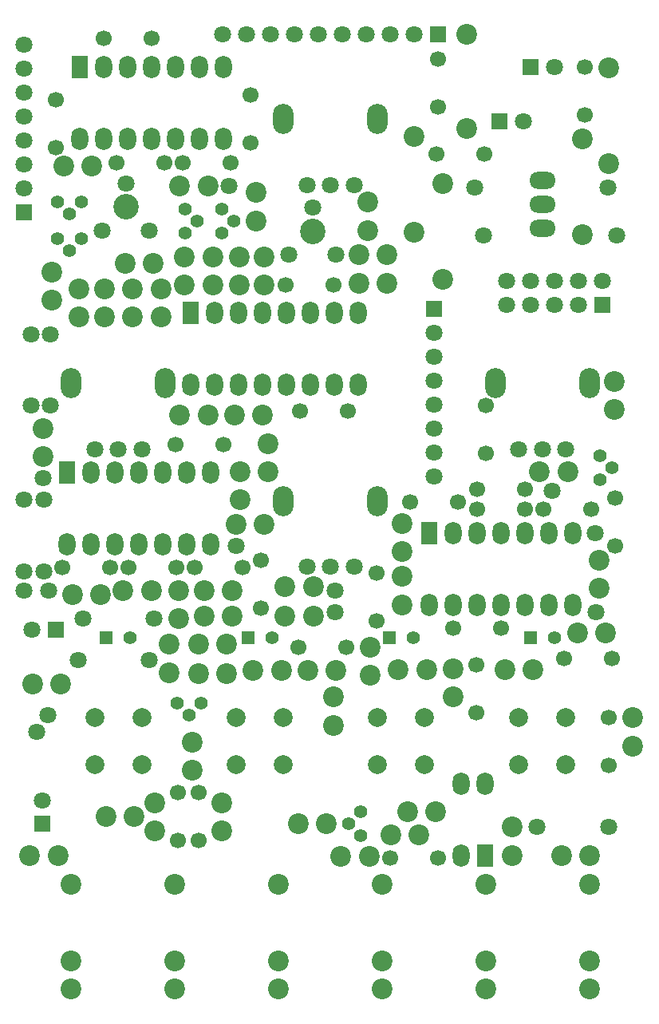
<source format=gbs>
G04 #@! TF.FileFunction,Soldermask,Bot*
%FSLAX46Y46*%
G04 Gerber Fmt 4.6, Leading zero omitted, Abs format (unit mm)*
G04 Created by KiCad (PCBNEW (2016-08-20 BZR 7083)-product) date Wed Jun 27 19:48:58 2018*
%MOMM*%
%LPD*%
G01*
G04 APERTURE LIST*
%ADD10C,0.100000*%
%ADD11C,1.800000*%
%ADD12C,2.700000*%
%ADD13C,1.700000*%
%ADD14R,1.800000X1.800000*%
%ADD15R,1.800000X2.400000*%
%ADD16O,1.800000X2.400000*%
%ADD17C,2.200000*%
%ADD18O,2.200000X3.200000*%
%ADD19C,2.000000*%
%ADD20O,2.800000X1.800000*%
%ADD21C,1.400000*%
%ADD22R,1.400000X1.400000*%
G04 APERTURE END LIST*
D10*
D11*
X12800000Y88200000D03*
X10300000Y83200000D03*
X15300000Y83200000D03*
D12*
X12800000Y85700000D03*
D13*
X36140000Y39000000D03*
X31060000Y39000000D03*
D14*
X52450000Y94800000D03*
D11*
X54950000Y94800000D03*
D14*
X55750000Y100500000D03*
D11*
X58250000Y100500000D03*
D13*
X45760000Y91300000D03*
X50840000Y91300000D03*
X61500000Y95410000D03*
X61500000Y100490000D03*
X18060000Y60500000D03*
X23140000Y60500000D03*
X18140000Y47400000D03*
X13060000Y47400000D03*
X15540000Y103600000D03*
X10460000Y103600000D03*
X11760000Y90400000D03*
X16840000Y90400000D03*
X55140000Y53600000D03*
X50060000Y53600000D03*
X47560000Y41000000D03*
X52640000Y41000000D03*
X20060000Y47400000D03*
X25140000Y47400000D03*
X18300000Y18460000D03*
X18300000Y23540000D03*
X31260000Y64000000D03*
X36340000Y64000000D03*
X29760000Y77400000D03*
X34840000Y77400000D03*
X26000000Y97540000D03*
X26000000Y92460000D03*
X27100000Y43160000D03*
X27100000Y48240000D03*
X51000000Y59560000D03*
X51000000Y64640000D03*
X64000000Y31540000D03*
X64000000Y26460000D03*
X40860000Y16600000D03*
X45940000Y16600000D03*
X20500000Y23540000D03*
X20500000Y18460000D03*
X50000000Y37140000D03*
X50000000Y32060000D03*
X45900000Y101340000D03*
X45900000Y96260000D03*
D14*
X3900000Y20250000D03*
D11*
X3900000Y22750000D03*
D13*
X5400000Y97040000D03*
X5400000Y91960000D03*
X18860000Y90400000D03*
X23940000Y90400000D03*
X55140000Y55700000D03*
X50060000Y55700000D03*
X57060000Y53600000D03*
X62140000Y53600000D03*
X64700000Y49760000D03*
X64700000Y54840000D03*
X59260000Y37800000D03*
X64340000Y37800000D03*
X42960000Y54400000D03*
X48040000Y54400000D03*
X39400000Y46840000D03*
X39400000Y41760000D03*
X11140000Y47400000D03*
X6060000Y47400000D03*
D14*
X5350000Y40800000D03*
D11*
X2850000Y40800000D03*
D15*
X6580000Y57510000D03*
D16*
X9120000Y57510000D03*
X11660000Y57510000D03*
X14200000Y57510000D03*
X16740000Y57510000D03*
X19280000Y57510000D03*
X21820000Y57510000D03*
X21820000Y49890000D03*
X19280000Y49890000D03*
X16740000Y49890000D03*
X14200000Y49890000D03*
X11660000Y49890000D03*
X9120000Y49890000D03*
X6580000Y49890000D03*
D15*
X7880000Y100510000D03*
D16*
X10420000Y100510000D03*
X12960000Y100510000D03*
X15500000Y100510000D03*
X18040000Y100510000D03*
X20580000Y100510000D03*
X23120000Y100510000D03*
X23120000Y92890000D03*
X20580000Y92890000D03*
X18040000Y92890000D03*
X15500000Y92890000D03*
X12960000Y92890000D03*
X10420000Y92890000D03*
X7880000Y92890000D03*
D15*
X44980000Y51110000D03*
D16*
X47520000Y51110000D03*
X50060000Y51110000D03*
X52600000Y51110000D03*
X55140000Y51110000D03*
X57680000Y51110000D03*
X60220000Y51110000D03*
X60220000Y43490000D03*
X57680000Y43490000D03*
X55140000Y43490000D03*
X52600000Y43490000D03*
X50060000Y43490000D03*
X47520000Y43490000D03*
X44980000Y43490000D03*
X19710000Y66790000D03*
X22250000Y66790000D03*
D15*
X19710000Y74410000D03*
D16*
X22250000Y74410000D03*
X24790000Y74410000D03*
X27330000Y74410000D03*
X29870000Y74410000D03*
X32410000Y74410000D03*
X34950000Y74410000D03*
X37490000Y74410000D03*
X37490000Y66790000D03*
X34950000Y66790000D03*
X32410000Y66790000D03*
X29870000Y66790000D03*
X27330000Y66790000D03*
X24790000Y66790000D03*
D17*
X43400000Y83020000D03*
X43400000Y93180000D03*
X64000000Y90320000D03*
X64000000Y100480000D03*
D18*
X39500000Y95000000D03*
X29500000Y95000000D03*
D11*
X37000000Y88000000D03*
X34500000Y88000000D03*
X32000000Y88000000D03*
D18*
X17000000Y67000000D03*
X7000000Y67000000D03*
D11*
X14500000Y60000000D03*
X12000000Y60000000D03*
X9500000Y60000000D03*
D18*
X62000000Y67000000D03*
X52000000Y67000000D03*
D11*
X59500000Y60000000D03*
X57000000Y60000000D03*
X54500000Y60000000D03*
D18*
X39500000Y54500000D03*
X29500000Y54500000D03*
D11*
X37000000Y47500000D03*
X34500000Y47500000D03*
X32000000Y47500000D03*
D17*
X20500000Y36200000D03*
X23500000Y36200000D03*
X19800000Y28900000D03*
X19800000Y25900000D03*
X4000000Y62200000D03*
X4000000Y59200000D03*
X17400000Y39300000D03*
X17400000Y36300000D03*
X20500000Y39300000D03*
X23500000Y39300000D03*
X5600000Y16900000D03*
X2600000Y16900000D03*
X35100000Y36500000D03*
X32100000Y36500000D03*
X34800000Y30700000D03*
X34800000Y33700000D03*
X34100000Y20300000D03*
X31100000Y20300000D03*
X53800000Y19900000D03*
X53800000Y16900000D03*
X26300000Y36500000D03*
X29300000Y36500000D03*
X66600000Y31500000D03*
X66600000Y28500000D03*
X15500000Y45000000D03*
X12500000Y45000000D03*
X18400000Y45000000D03*
X18400000Y42000000D03*
X21100000Y42300000D03*
X24100000Y42300000D03*
X24100000Y45000000D03*
X21100000Y45000000D03*
X40900000Y19100000D03*
X43900000Y19100000D03*
X10700000Y21000000D03*
X13700000Y21000000D03*
X23000000Y22500000D03*
X23000000Y19500000D03*
X42700000Y21500000D03*
X45700000Y21500000D03*
X41700000Y36600000D03*
X44700000Y36600000D03*
X64600000Y67200000D03*
X64600000Y64200000D03*
X15900000Y19500000D03*
X15900000Y22500000D03*
X53000000Y36600000D03*
X56000000Y36600000D03*
X35600000Y16800000D03*
X38600000Y16800000D03*
X47500000Y36700000D03*
X47500000Y33700000D03*
X38700000Y36000000D03*
X38700000Y39000000D03*
X49000000Y94000000D03*
X49000000Y104000000D03*
X27900000Y57600000D03*
X27900000Y60600000D03*
X27500000Y52000000D03*
X24500000Y52000000D03*
X62000000Y16900000D03*
X59000000Y16900000D03*
X24900000Y57600000D03*
X24900000Y54600000D03*
X4900000Y78800000D03*
X4900000Y75800000D03*
X18500000Y87900000D03*
X21500000Y87900000D03*
X9200000Y90000000D03*
X6200000Y90000000D03*
X26600000Y84200000D03*
X26600000Y87200000D03*
X13500000Y74000000D03*
X13500000Y77000000D03*
X40500000Y77600000D03*
X40500000Y80600000D03*
X59700000Y57600000D03*
X56700000Y57600000D03*
X16500000Y74000000D03*
X16500000Y77000000D03*
X15700000Y79700000D03*
X12700000Y79700000D03*
X37500000Y77600000D03*
X37500000Y80600000D03*
X38500000Y83200000D03*
X38500000Y86200000D03*
D11*
X32600000Y85600000D03*
X30100000Y80600000D03*
X35100000Y80600000D03*
D12*
X32600000Y83100000D03*
D17*
X10500000Y74000000D03*
X10500000Y77000000D03*
X7800000Y77000000D03*
X7800000Y74000000D03*
X24800000Y77400000D03*
X24800000Y80400000D03*
X27500000Y80400000D03*
X27500000Y77400000D03*
X18500000Y63600000D03*
X21500000Y63600000D03*
X24300000Y63600000D03*
X27300000Y63600000D03*
X63000000Y45200000D03*
X63000000Y48200000D03*
X19000000Y80400000D03*
X19000000Y77400000D03*
X60700000Y40500000D03*
X63700000Y40500000D03*
X22000000Y80400000D03*
X22000000Y77400000D03*
X42100000Y49100000D03*
X42100000Y52100000D03*
X42100000Y43500000D03*
X42100000Y46500000D03*
X29700000Y45400000D03*
X32700000Y45400000D03*
X29700000Y42300000D03*
X32700000Y42300000D03*
X7100000Y44600000D03*
X10100000Y44600000D03*
X2900000Y35100000D03*
X5900000Y35100000D03*
D19*
X14500000Y31500000D03*
X9500000Y31500000D03*
X14500000Y26500000D03*
X9500000Y26500000D03*
X29500000Y31500000D03*
X24500000Y31500000D03*
X29500000Y26500000D03*
X24500000Y26500000D03*
X44500000Y31500000D03*
X39500000Y31500000D03*
X44500000Y26500000D03*
X39500000Y26500000D03*
X59500000Y31500000D03*
X54500000Y31500000D03*
X59500000Y26500000D03*
X54500000Y26500000D03*
D20*
X57000000Y88540000D03*
X57000000Y83460000D03*
X57000000Y86000000D03*
D11*
X4500000Y31800000D03*
X3300000Y30000000D03*
X24500000Y49700000D03*
X4000000Y56900000D03*
X23700000Y87900000D03*
X58000000Y55600000D03*
X62600000Y51100000D03*
X62700000Y42700000D03*
X35000000Y45000000D03*
X35000000Y42700000D03*
X4600000Y45000000D03*
X2000000Y45000000D03*
D15*
X50870000Y16890000D03*
D16*
X48330000Y16890000D03*
X48330000Y24510000D03*
X50870000Y24510000D03*
D11*
X15800000Y42000000D03*
X8200000Y42000000D03*
D17*
X46400000Y88180000D03*
X46400000Y78020000D03*
X61250000Y82770000D03*
X61250000Y92930000D03*
D11*
X2700000Y64600000D03*
X2700000Y72200000D03*
X4800000Y72200000D03*
X4800000Y64600000D03*
X7700000Y37600000D03*
X15300000Y37600000D03*
D21*
X28270000Y40000000D03*
D22*
X25730000Y40000000D03*
D11*
X64000000Y19900000D03*
X56400000Y19900000D03*
D21*
X13270000Y40000000D03*
D22*
X10730000Y40000000D03*
D21*
X58270000Y40000000D03*
D22*
X55730000Y40000000D03*
D21*
X43270000Y40000000D03*
D22*
X40730000Y40000000D03*
D11*
X2000000Y47000000D03*
X2000000Y54600000D03*
X4100000Y54600000D03*
X4100000Y47000000D03*
D21*
X64335000Y58000000D03*
X63065000Y59270000D03*
X63065000Y56730000D03*
D11*
X50750000Y82650000D03*
X49850000Y87750000D03*
X64850000Y82650000D03*
X63950000Y87750000D03*
D21*
X36465000Y20300000D03*
X37735000Y19030000D03*
X37735000Y21570000D03*
X19500000Y31765000D03*
X20770000Y33035000D03*
X18230000Y33035000D03*
X6800000Y84965000D03*
X8070000Y86235000D03*
X5530000Y86235000D03*
X24235000Y84200000D03*
X22965000Y85470000D03*
X22965000Y82930000D03*
X6800000Y81065000D03*
X8070000Y82335000D03*
X5530000Y82335000D03*
X20335000Y84200000D03*
X19065000Y85470000D03*
X19065000Y82930000D03*
D14*
X63380000Y75330000D03*
D11*
X63380000Y77870000D03*
X60840000Y75330000D03*
X60840000Y77870000D03*
X58300000Y75330000D03*
X58300000Y77870000D03*
X55760000Y75330000D03*
X55760000Y77870000D03*
X53220000Y75330000D03*
X53220000Y77870000D03*
D17*
X7000000Y5700000D03*
X7000000Y13800000D03*
X7000000Y2700000D03*
X18000000Y5700000D03*
X18000000Y13800000D03*
X18000000Y2700000D03*
X29000000Y5700000D03*
X29000000Y13800000D03*
X29000000Y2700000D03*
X40000000Y5700000D03*
X40000000Y13800000D03*
X40000000Y2700000D03*
X51000000Y5700000D03*
X51000000Y13800000D03*
X51000000Y2700000D03*
X62000000Y5700000D03*
X62000000Y13800000D03*
X62000000Y2700000D03*
D11*
X2000000Y102890000D03*
X2000000Y100350000D03*
X2000000Y97810000D03*
X2000000Y95270000D03*
X2000000Y92730000D03*
X2000000Y90190000D03*
D14*
X2000000Y85110000D03*
D11*
X2000000Y87650000D03*
X23070000Y104000000D03*
X25610000Y104000000D03*
X28150000Y104000000D03*
X30690000Y104000000D03*
X33230000Y104000000D03*
X35770000Y104000000D03*
X38310000Y104000000D03*
X40850000Y104000000D03*
D14*
X45930000Y104000000D03*
D11*
X43390000Y104000000D03*
X45500000Y57110000D03*
X45500000Y59650000D03*
X45500000Y62190000D03*
X45500000Y64730000D03*
X45500000Y67270000D03*
X45500000Y69810000D03*
D14*
X45500000Y74890000D03*
D11*
X45500000Y72350000D03*
M02*

</source>
